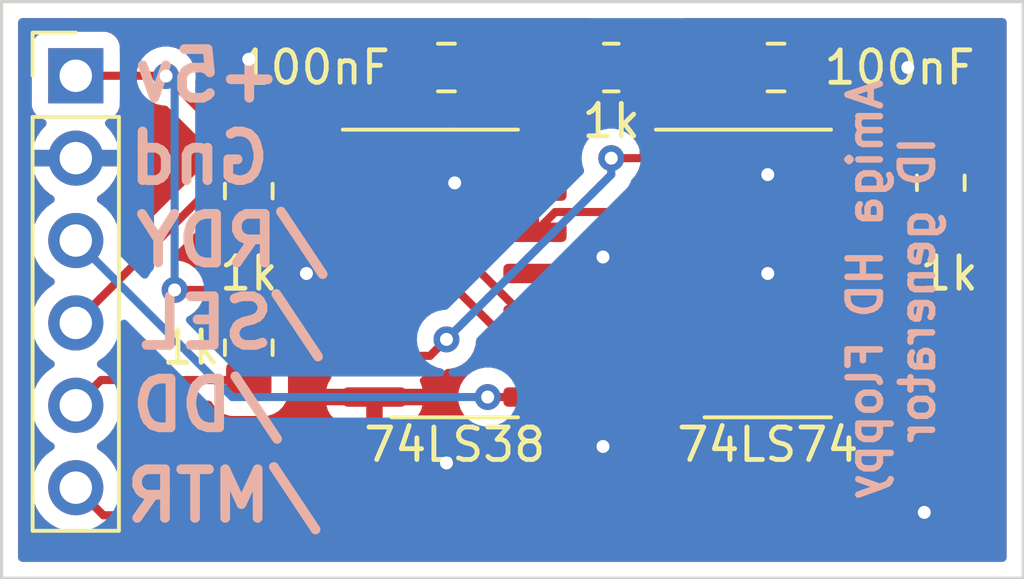
<source format=kicad_pcb>
(kicad_pcb (version 20211014) (generator pcbnew)
  (title_block (comment 4 "AISLER Project ID: KXSILNAT"))
  (layers (0 "F.Cu" signal) (31 "B.Cu" signal) (34 "B.Paste" user) (35 "F.Paste" user) (36 "B.SilkS" user "B.Silkscreen") (37 "F.SilkS" user "F.Silkscreen") (38 "B.Mask" user) (39 "F.Mask" user) (44 "Edge.Cuts" user))
  (net 0 "")
  (net 1 "{slash}DD")
  (net 2 "GND")
  (net 3 "+5V")
  (net 4 "Net-(R2-Pad2)")
  (net 5 "Net-(R3-Pad2)")
  (net 6 "Net-(R4-Pad2)")
  (net 7 "{slash}MTR")
  (net 8 "Net-(U1-Pad5)")
  (net 12 "{slash}SEL")
  (net 13 "RDY")
  (footprint "Resistor_SMD:R_0805_2012Metric_Pad1.20x1.40mm_HandSolder" (layer "F.Cu") (at 121.92 67.056)
    (fp_text reference "R2" hide)
    (fp_text value "1k" (at 0 1.65) (layer "F.SilkS"))
    (fp_line (start -0.227064 -0.735) (end 0.227064 -0.735) (layer "F.SilkS") (width 0.12))
    (fp_line (start -0.227064 0.735) (end 0.227064 0.735) (layer "F.SilkS") (width 0.12))
    (pad "1" smd roundrect (at -1 0) (size 1.2 1.4) (layers "F.Cu" "F.Paste" "F.Mask") (roundrect_rratio 0.2083333333) (net 3 "+5V"))
    (pad "2" smd roundrect (at 1 0) (size 1.2 1.4) (layers "F.Cu" "F.Paste" "F.Mask") (roundrect_rratio 0.2083333333) (net 4 "Net-(R2-Pad2)"))
  )
  (footprint "Capacitor_SMD:C_0805_2012Metric" (layer "F.Cu") (at 116.84 67.056 180)
    (fp_text reference "C2" hide)
    (fp_text value "100nF" (at 4.064 0) (layer "F.SilkS"))
    (fp_line (start -0.261252 0.735) (end 0.261252 0.735) (layer "F.SilkS") (width 0.12))
    (fp_line (start -0.261252 -0.735) (end 0.261252 -0.735) (layer "F.SilkS") (width 0.12))
    (pad "1" smd roundrect (at -0.95 0 180) (size 1 1.45) (layers "F.Cu" "F.Paste" "F.Mask") (net 3 "+5V"))
    (pad "2" smd roundrect (at 0.95 0 180) (size 1 1.45) (layers "F.Cu" "F.Paste" "F.Mask") (net 2 "GND"))
  )
  (footprint "Capacitor_SMD:C_0805_2012Metric" (layer "F.Cu") (at 127 67.056 180)
    (fp_text reference "C1" hide)
    (fp_text value "100nF" (at -3.81 0) (layer "F.SilkS"))
    (fp_line (start -0.261252 0.735) (end 0.261252 0.735) (layer "F.SilkS") (width 0.12))
    (fp_line (start -0.261252 -0.735) (end 0.261252 -0.735) (layer "F.SilkS") (width 0.12))
    (pad "1" smd roundrect (at -0.95 0 180) (size 1 1.45) (layers "F.Cu" "F.Paste" "F.Mask") (net 3 "+5V"))
    (pad "2" smd roundrect (at 0.95 0 180) (size 1 1.45) (layers "F.Cu" "F.Paste" "F.Mask") (net 2 "GND"))
  )
  (footprint "Resistor_SMD:R_0805_2012Metric_Pad1.20x1.40mm_HandSolder" (layer "F.Cu") (at 110.744 75.692 -90)
    (fp_text reference "R1" hide)
    (fp_text value "1k" (at 0 1.778 180) (layer "F.SilkS"))
    (fp_line (start -0.227064 -0.735) (end 0.227064 -0.735) (layer "F.SilkS") (width 0.12))
    (fp_line (start -0.227064 0.735) (end 0.227064 0.735) (layer "F.SilkS") (width 0.12))
    (pad "1" smd roundrect (at -1 0 270) (size 1.2 1.4) (layers "F.Cu" "F.Paste" "F.Mask") (roundrect_rratio 0.2083333333) (net 3 "+5V"))
    (pad "2" smd roundrect (at 1 0 270) (size 1.2 1.4) (layers "F.Cu" "F.Paste" "F.Mask") (roundrect_rratio 0.2083333333) (net 1 "{slash}DD"))
  )
  (footprint "Package_SO:SOIC-14_3.9x8.7mm_P1.27mm" (layer "F.Cu") (at 117.094 73.406)
    (fp_text reference "U2" hide)
    (fp_text value "74LS38" (at 0 5.28) (layer "F.SilkS"))
    (fp_line (start 0 -4.435) (end -3.45 -4.435) (layer "F.SilkS") (width 0.12))
    (fp_line (start 0 4.435) (end 1.95 4.435) (layer "F.SilkS") (width 0.12))
    (fp_line (start 0 4.435) (end -1.95 4.435) (layer "F.SilkS") (width 0.12))
    (fp_line (start 0 -4.435) (end 1.95 -4.435) (layer "F.SilkS") (width 0.12))
    (pad "1" smd roundrect (at -2.475 -3.81) (size 1.95 0.6) (layers "F.Cu" "F.Paste" "F.Mask") (net 12 "{slash}SEL"))
    (pad "2" smd roundrect (at -2.475 -2.54) (size 1.95 0.6) (layers "F.Cu" "F.Paste" "F.Mask") (net 12 "{slash}SEL"))
    (pad "3" smd roundrect (at -2.475 -1.27) (size 1.95 0.6) (layers "F.Cu" "F.Paste" "F.Mask") (net 5 "Net-(R3-Pad2)"))
    (pad "4" smd roundrect (at -2.475 0) (size 1.95 0.6) (layers "F.Cu" "F.Paste" "F.Mask") (net 8 "Net-(U1-Pad5)"))
    (pad "5" smd roundrect (at -2.475 1.27) (size 1.95 0.6) (layers "F.Cu" "F.Paste" "F.Mask") (net 1 "{slash}DD"))
    (pad "6" smd roundrect (at -2.475 2.54) (size 1.95 0.6) (layers "F.Cu" "F.Paste" "F.Mask") (net 4 "Net-(R2-Pad2)"))
    (pad "7" smd roundrect (at -2.475 3.81) (size 1.95 0.6) (layers "F.Cu" "F.Paste" "F.Mask") (net 2 "GND"))
    (pad "8" smd roundrect (at 2.475 3.81) (size 1.95 0.6) (layers "F.Cu" "F.Paste" "F.Mask") (net 13 "RDY"))
    (pad "9" smd roundrect (at 2.475 2.54) (size 1.95 0.6) (layers "F.Cu" "F.Paste" "F.Mask") (net 8 "Net-(U1-Pad5)"))
    (pad "10" smd roundrect (at 2.475 1.27) (size 1.95 0.6) (layers "F.Cu" "F.Paste" "F.Mask") (net 5 "Net-(R3-Pad2)"))
    (pad "11" smd roundrect (at 2.475 0) (size 1.95 0.6) (layers "F.Cu" "F.Paste" "F.Mask"))
    (pad "12" smd roundrect (at 2.475 -1.27) (size 1.95 0.6) (layers "F.Cu" "F.Paste" "F.Mask") (net 6 "Net-(R4-Pad2)"))
    (pad "13" smd roundrect (at 2.475 -2.54) (size 1.95 0.6) (layers "F.Cu" "F.Paste" "F.Mask") (net 6 "Net-(R4-Pad2)"))
    (pad "14" smd roundrect (at 2.475 -3.81) (size 1.95 0.6) (layers "F.Cu" "F.Paste" "F.Mask") (net 3 "+5V"))
  )
  (footprint "Resistor_SMD:R_0805_2012Metric_Pad1.20x1.40mm_HandSolder" (layer "F.Cu") (at 110.744 70.866 -90)
    (fp_text reference "R3" hide)
    (fp_text value "1k" (at 2.54 0 180) (layer "F.SilkS"))
    (fp_line (start -0.227064 0.735) (end 0.227064 0.735) (layer "F.SilkS") (width 0.12))
    (fp_line (start -0.227064 -0.735) (end 0.227064 -0.735) (layer "F.SilkS") (width 0.12))
    (pad "1" smd roundrect (at -1 0 270) (size 1.2 1.4) (layers "F.Cu" "F.Paste" "F.Mask") (roundrect_rratio 0.2083333333) (net 3 "+5V"))
    (pad "2" smd roundrect (at 1 0 270) (size 1.2 1.4) (layers "F.Cu" "F.Paste" "F.Mask") (roundrect_rratio 0.2083333333) (net 5 "Net-(R3-Pad2)"))
  )
  (footprint "Resistor_SMD:R_0805_2012Metric_Pad1.20x1.40mm_HandSolder" (layer "F.Cu") (at 132.08 70.612 -90)
    (fp_text reference "R4" hide)
    (fp_text value "1k" (at 2.794 -0.254 180) (layer "F.SilkS"))
    (fp_line (start -0.227064 0.735) (end 0.227064 0.735) (layer "F.SilkS") (width 0.12))
    (fp_line (start -0.227064 -0.735) (end 0.227064 -0.735) (layer "F.SilkS") (width 0.12))
    (pad "1" smd roundrect (at -1 0 270) (size 1.2 1.4) (layers "F.Cu" "F.Paste" "F.Mask") (roundrect_rratio 0.2083333333) (net 3 "+5V"))
    (pad "2" smd roundrect (at 1 0 270) (size 1.2 1.4) (layers "F.Cu" "F.Paste" "F.Mask") (roundrect_rratio 0.2083333333) (net 6 "Net-(R4-Pad2)"))
  )
  (footprint "Connector_PinHeader_2.54mm:PinHeader_1x06_P2.54mm_Vertical" (layer "F.Cu") (at 105.41 67.31)
    (fp_text reference "J1" hide)
    (fp_text value "Conn_01x06_Female" hide)
    (fp_line (start -1.33 1.27) (end -1.33 14.03) (layer "F.SilkS") (width 0.12))
    (fp_line (start -1.33 0) (end -1.33 -1.33) (layer "F.SilkS") (width 0.12))
    (fp_line (start 1.33 1.27) (end 1.33 14.03) (layer "F.SilkS") (width 0.12))
    (fp_line (start -1.33 14.03) (end 1.33 14.03) (layer "F.SilkS") (width 0.12))
    (fp_line (start -1.33 1.27) (end 1.33 1.27) (layer "F.SilkS") (width 0.12))
    (fp_line (start -1.33 -1.33) (end 0 -1.33) (layer "F.SilkS") (width 0.12))
    (pad "1" thru_hole rect (at 0 0) (size 1.7 1.7) (drill 1) (layers *.Cu *.Mask) (net 3 "+5V"))
    (pad "2" thru_hole oval (at 0 2.54) (size 1.7 1.7) (drill 1) (layers *.Cu *.Mask) (net 2 "GND"))
    (pad "3" thru_hole oval (at 0 5.08) (size 1.7 1.7) (drill 1) (layers *.Cu *.Mask) (net 13 "RDY"))
    (pad "4" thru_hole oval (at 0 7.62) (size 1.7 1.7) (drill 1) (layers *.Cu *.Mask) (net 12 "{slash}SEL"))
    (pad "5" thru_hole oval (at 0 10.16) (size 1.7 1.7) (drill 1) (layers *.Cu *.Mask) (net 1 "{slash}DD"))
    (pad "6" thru_hole oval (at 0 12.7) (size 1.7 1.7) (drill 1) (layers *.Cu *.Mask) (net 7 "{slash}MTR"))
  )
  (footprint "Package_SO:SOIC-14_3.9x8.7mm_P1.27mm" (layer "F.Cu") (at 126.746 73.406)
    (fp_text reference "U1" hide)
    (fp_text value "74LS74" (at 0 5.28) (layer "F.SilkS"))
    (fp_line (start 0 -4.435) (end 1.95 -4.435) (layer "F.SilkS") (width 0.12))
    (fp_line (start 0 4.435) (end 1.95 4.435) (layer "F.SilkS") (width 0.12))
    (fp_line (start 0 -4.435) (end -3.45 -4.435) (layer "F.SilkS") (width 0.12))
    (fp_line (start 0 4.435) (end -1.95 4.435) (layer "F.SilkS") (width 0.12))
    (pad "1" smd roundrect (at -2.475 -3.81) (size 1.95 0.6) (layers "F.Cu" "F.Paste" "F.Mask") (net 3 "+5V"))
    (pad "2" smd roundrect (at -2.475 -2.54) (size 1.95 0.6) (layers "F.Cu" "F.Paste" "F.Mask") (net 4 "Net-(R2-Pad2)"))
    (pad "3" smd roundrect (at -2.475 -1.27) (size 1.95 0.6) (layers "F.Cu" "F.Paste" "F.Mask") (net 5 "Net-(R3-Pad2)"))
    (pad "4" smd roundrect (at -2.475 0) (size 1.95 0.6) (layers "F.Cu" "F.Paste" "F.Mask") (net 7 "{slash}MTR"))
    (pad "5" smd roundrect (at -2.475 1.27) (size 1.95 0.6) (layers "F.Cu" "F.Paste" "F.Mask") (net 8 "Net-(U1-Pad5)"))
    (pad "6" smd roundrect (at -2.475 2.54) (size 1.95 0.6) (layers "F.Cu" "F.Paste" "F.Mask"))
    (pad "7" smd roundrect (at -2.475 3.81) (size 1.95 0.6) (layers "F.Cu" "F.Paste" "F.Mask") (net 2 "GND"))
    (pad "8" smd roundrect (at 2.475 3.81) (size 1.95 0.6) (layers "F.Cu" "F.Paste" "F.Mask"))
    (pad "9" smd roundrect (at 2.475 2.54) (size 1.95 0.6) (layers "F.Cu" "F.Paste" "F.Mask"))
    (pad "10" smd roundrect (at 2.475 1.27) (size 1.95 0.6) (layers "F.Cu" "F.Paste" "F.Mask") (net 6 "Net-(R4-Pad2)"))
    (pad "11" smd roundrect (at 2.475 0) (size 1.95 0.6) (layers "F.Cu" "F.Paste" "F.Mask") (net 6 "Net-(R4-Pad2)"))
    (pad "12" smd roundrect (at 2.475 -1.27) (size 1.95 0.6) (layers "F.Cu" "F.Paste" "F.Mask") (net 6 "Net-(R4-Pad2)"))
    (pad "13" smd roundrect (at 2.475 -2.54) (size 1.95 0.6) (layers "F.Cu" "F.Paste" "F.Mask") (net 6 "Net-(R4-Pad2)"))
    (pad "14" smd roundrect (at 2.475 -3.81) (size 1.95 0.6) (layers "F.Cu" "F.Paste" "F.Mask") (net 3 "+5V"))
  )
  (gr_line (start 103.124 65.024) (end 134.62 65.024) (layer "Edge.Cuts") (width 0.1))
  (gr_line (start 134.62 82.804) (end 103.124 82.804) (layer "Edge.Cuts") (width 0.1))
  (gr_line (start 134.62 65.024) (end 134.62 82.804) (layer "Edge.Cuts") (width 0.1))
  (gr_line (start 103.124 82.804) (end 103.124 65.024) (layer "Edge.Cuts") (width 0.1))
  (gr_text "/SEL" (at 110.236 74.93) (layer "B.SilkS") (effects (font (size 1.5 1.5) (thickness 0.3)) (justify mirror)))
  (gr_text "+5v" (at 109.474 67.31) (layer "B.SilkS") (effects (font (size 1.5 1.5) (thickness 0.3)) (justify mirror)))
  (gr_text "/DD\n" (at 109.474 77.47) (layer "B.SilkS") (effects (font (size 1.5 1.5) (thickness 0.3)) (justify mirror)))
  (gr_text "Amiga HD Floppy\nID generator" (at 130.556 73.914 90) (layer "B.SilkS") (effects (font (size 1 1) (thickness 0.2)) (justify mirror)))
  (gr_text "/MTR" (at 109.982 80.264) (layer "B.SilkS") (effects (font (size 1.5 1.5) (thickness 0.3)) (justify mirror)))
  (gr_text "Gnd" (at 109.22 69.85) (layer "B.SilkS") (effects (font (size 1.5 1.5) (thickness 0.3)) (justify mirror)))
  (gr_text "/RDY" (at 110.236 72.39) (layer "B.SilkS") (effects (font (size 1.5 1.5) (thickness 0.3)) (justify mirror)))
  (segment (start 110.744 76.692) (end 112.76 74.676) (width 0.25) (layer "F.Cu") (net 1))
  (segment (start 112.76 74.676) (end 114.619 74.676) (width 0.25) (layer "F.Cu") (net 1))
  (segment (start 106.188 76.692) (end 105.41 77.47) (width 0.25) (layer "F.Cu") (net 1))
  (segment (start 110.744 76.692) (end 106.188 76.692) (width 0.25) (layer "F.Cu") (net 1))
  (via (at 121.666 78.74) (size 0.8) (drill 0.4) (layers "F.Cu" "B.Cu") (net 2))
  (via (at 121.666 72.898) (size 0.8) (drill 0.4) (layers "F.Cu" "B.Cu") (net 2))
  (via (at 131.064 67.056) (size 0.8) (drill 0.4) (layers "F.Cu" "B.Cu") (net 2))
  (via (at 117.094 70.612) (size 0.8) (drill 0.4) (layers "F.Cu" "B.Cu") (net 2))
  (via (at 110.744 66.802) (size 0.8) (drill 0.4) (layers "F.Cu" "B.Cu") (net 2))
  (via (at 126.746 70.358) (size 0.8) (drill 0.4) (layers "F.Cu" "B.Cu") (net 2))
  (via (at 116.84 79.248) (size 0.8) (drill 0.4) (layers "F.Cu" "B.Cu") (net 2))
  (via (at 131.572 80.772) (size 0.8) (drill 0.4) (layers "F.Cu" "B.Cu") (net 2))
  (via (at 126.746 73.406) (size 0.8) (drill 0.4) (layers "F.Cu" "B.Cu") (net 2))
  (via (at 112.522 73.406) (size 0.8) (drill 0.4) (layers "F.Cu" "B.Cu") (net 2))
  (segment (start 108.196 67.318) (end 110.744 69.866) (width 0.25) (layer "F.Cu") (net 3))
  (segment (start 110.744 69.866) (end 112.014 68.326) (width 0.25) (layer "F.Cu") (net 3))
  (segment (start 108.188 67.31) (end 108.196 67.318) (width 0.25) (layer "F.Cu") (net 3))
  (segment (start 129.221 69.596) (end 132.064 69.596) (width 0.25) (layer "F.Cu") (net 3))
  (segment (start 118.218 67.056) (end 119.569 68.407) (width 0.25) (layer "F.Cu") (net 3))
  (segment (start 124.271 69.596) (end 125.41 69.596) (width 0.25) (layer "F.Cu") (net 3))
  (segment (start 109.966 73.914) (end 110.744 74.692) (width 0.25) (layer "F.Cu") (net 3))
  (segment (start 119.569 68.407) (end 119.569 69.596) (width 0.25) (layer "F.Cu") (net 3))
  (segment (start 127.95 67.056) (end 127.95 68.325) (width 0.25) (layer "F.Cu") (net 3))
  (segment (start 123.508173 66.031) (end 124.271 66.793827) (width 0.25) (layer "F.Cu") (net 3))
  (segment (start 120.92 67.056) (end 121.945 66.031) (width 0.25) (layer "F.Cu") (net 3))
  (segment (start 116.332 68.326) (end 117.79 67.056) (width 0.25) (layer "F.Cu") (net 3))
  (segment (start 120.92 67.056) (end 119.569 68.407) (width 0.25) (layer "F.Cu") (net 3))
  (segment (start 117.79 67.056) (end 118.218 67.056) (width 0.25) (layer "F.Cu") (net 3))
  (segment (start 121.945 66.031) (end 123.508173 66.031) (width 0.25) (layer "F.Cu") (net 3))
  (segment (start 132.064 69.596) (end 132.08 69.612) (width 0.25) (layer "F.Cu") (net 3))
  (segment (start 112.014 68.326) (end 116.332 68.326) (width 0.25) (layer "F.Cu") (net 3))
  (segment (start 125.41 69.596) (end 127.95 67.056) (width 0.25) (layer "F.Cu") (net 3))
  (segment (start 124.271 66.793827) (end 124.271 69.596) (width 0.25) (layer "F.Cu") (net 3))
  (segment (start 127.95 68.325) (end 129.221 69.596) (width 0.25) (layer "F.Cu") (net 3))
  (segment (start 108.458 73.914) (end 109.966 73.914) (width 0.25) (layer "F.Cu") (net 3))
  (segment (start 105.41 67.31) (end 108.188 67.31) (width 0.25) (layer "F.Cu") (net 3))
  (via (at 108.458 73.914) (size 0.8) (drill 0.4) (layers "F.Cu" "B.Cu") (net 3))
  (via (at 108.196 67.318) (size 0.8) (drill 0.4) (layers "F.Cu" "B.Cu") (net 3))
  (segment (start 108.196 67.318) (end 108.458 67.58) (width 0.25) (layer "B.Cu") (net 3))
  (segment (start 108.458 67.58) (end 108.458 73.914) (width 0.25) (layer "B.Cu") (net 3))
  (segment (start 122.878249 69.85) (end 122.92 69.891751) (width 0.25) (layer "F.Cu") (net 4))
  (segment (start 122.92 69.891751) (end 123.894249 70.866) (width 0.25) (layer "F.Cu") (net 4))
  (segment (start 122.92 67.056) (end 122.92 69.891751) (width 0.25) (layer "F.Cu") (net 4))
  (segment (start 123.894249 70.866) (end 124.271 70.866) (width 0.25) (layer "F.Cu") (net 4))
  (segment (start 116.332 75.946) (end 116.84 75.438) (width 0.25) (layer "F.Cu") (net 4))
  (segment (start 121.92 69.85) (end 122.878249 69.85) (width 0.25) (layer "F.Cu") (net 4))
  (segment (start 114.619 75.946) (end 116.332 75.946) (width 0.25) (layer "F.Cu") (net 4))
  (via (at 116.84 75.438) (size 0.8) (drill 0.4) (layers "F.Cu" "B.Cu") (net 4))
  (via (at 121.92 69.85) (size 0.8) (drill 0.4) (layers "F.Cu" "B.Cu") (net 4))
  (segment (start 116.84 75.438) (end 121.92 70.358) (width 0.25) (layer "B.Cu") (net 4))
  (segment (start 121.92 70.358) (end 121.92 69.85) (width 0.25) (layer "B.Cu") (net 4))
  (segment (start 119.569 74.676) (end 121.354249 74.676) (width 0.25) (layer "F.Cu") (net 5))
  (segment (start 121.354249 74.676) (end 123.894249 72.136) (width 0.25) (layer "F.Cu") (net 5))
  (segment (start 110.744 71.866) (end 113.03 72.136) (width 0.25) (layer "F.Cu") (net 5))
  (segment (start 119.192249 74.676) (end 119.569 74.676) (width 0.25) (layer "F.Cu") (net 5))
  (segment (start 114.619 72.136) (end 116.652249 72.136) (width 0.25) (layer "F.Cu") (net 5))
  (segment (start 123.894249 72.136) (end 124.271 72.136) (width 0.25) (layer "F.Cu") (net 5))
  (segment (start 116.652249 72.136) (end 119.192249 74.676) (width 0.25) (layer "F.Cu") (net 5))
  (segment (start 113.03 72.136) (end 114.619 72.136) (width 0.25) (layer "F.Cu") (net 5))
  (segment (start 129.221 70.886) (end 128.596 71.511) (width 0.25) (layer "F.Cu") (net 6))
  (segment (start 129.221 70.866) (end 129.221 70.886) (width 0.25) (layer "F.Cu") (net 6))
  (segment (start 119.569 70.866) (end 119.569 72.136) (width 0.25) (layer "F.Cu") (net 6))
  (segment (start 120.194 71.511) (end 128.596 71.511) (width 0.25) (layer "F.Cu") (net 6))
  (segment (start 131.556 72.136) (end 132.08 71.612) (width 0.25) (layer "F.Cu") (net 6))
  (segment (start 128.596 71.511) (end 129.221 72.136) (width 0.25) (layer "F.Cu") (net 6))
  (segment (start 129.221 73.406) (end 129.221 74.676) (width 0.25) (layer "F.Cu") (net 6))
  (segment (start 129.221 72.136) (end 131.556 72.136) (width 0.25) (layer "F.Cu") (net 6))
  (segment (start 129.221 72.136) (end 129.221 73.406) (width 0.25) (layer "F.Cu") (net 6))
  (segment (start 119.569 72.136) (end 120.194 71.511) (width 0.25) (layer "F.Cu") (net 6))
  (segment (start 105.41 80.01) (end 106.26 80.86) (width 0.25) (layer "F.Cu") (net 7))
  (segment (start 125.571 74.329249) (end 124.647751 73.406) (width 0.25) (layer "F.Cu") (net 7))
  (segment (start 122.273751 80.86) (end 125.571 77.562751) (width 0.25) (layer "F.Cu") (net 7))
  (segment (start 106.26 80.86) (end 122.273751 80.86) (width 0.25) (layer "F.Cu") (net 7))
  (segment (start 124.647751 73.406) (end 124.271 73.406) (width 0.25) (layer "F.Cu") (net 7))
  (segment (start 125.571 77.562751) (end 125.571 74.329249) (width 0.25) (layer "F.Cu") (net 7))
  (segment (start 119.569 75.946) (end 120.194 75.321) (width 0.25) (layer "F.Cu") (net 8))
  (segment (start 114.619 73.406) (end 116.652249 73.406) (width 0.25) (layer "F.Cu") (net 8))
  (segment (start 116.652249 73.406) (end 119.192249 75.946) (width 0.25) (layer "F.Cu") (net 8))
  (segment (start 122.682 74.676) (end 124.271 74.676) (width 0.25) (layer "F.Cu") (net 8))
  (segment (start 119.192249 75.946) (end 119.569 75.946) (width 0.25) (layer "F.Cu") (net 8))
  (segment (start 122.037 75.321) (end 122.682 74.676) (width 0.25) (layer "F.Cu") (net 8))
  (segment (start 120.194 75.321) (end 122.037 75.321) (width 0.25) (layer "F.Cu") (net 8))
  (segment (start 105.41 74.93) (end 109.474 70.866) (width 0.25) (layer "F.Cu") (net 12))
  (segment (start 114.619 69.596) (end 114.619 70.866) (width 0.25) (layer "F.Cu") (net 12))
  (segment (start 109.474 70.866) (end 114.619 70.866) (width 0.25) (layer "F.Cu") (net 12))
  (segment (start 118.11 77.216) (end 119.569 77.216) (width 0.25) (layer "F.Cu") (net 13))
  (via (at 118.11 77.216) (size 0.8) (drill 0.4) (layers "F.Cu" "B.Cu") (net 13))
  (segment (start 110.236 77.216) (end 118.11 77.216) (width 0.25) (layer "B.Cu") (net 13))
  (segment (start 105.41 72.39) (end 110.236 77.216) (width 0.25) (layer "B.Cu") (net 13))
  (zone (net 2) (net_name "GND") (layer "F.Cu") (connect_pads (clearance 0.508)) (min_thickness 0.254) (fill yes (thermal_gap 0.508) (thermal_bridge_width 0.508))
    (polygon (pts (xy 134.62 82.804) (xy 103.124 82.804) (xy 103.124 65.024) (xy 134.62 65.024)))
  )
  (zone (net 2) (net_name "GND") (layer "B.Cu") (connect_pads (clearance 0.508)) (min_thickness 0.254) (fill yes (thermal_gap 0.508) (thermal_bridge_width 0.508))
    (polygon (pts (xy 134.62 82.804) (xy 103.124 82.804) (xy 103.124 65.024) (xy 134.62 65.024)))
  )
)
</source>
